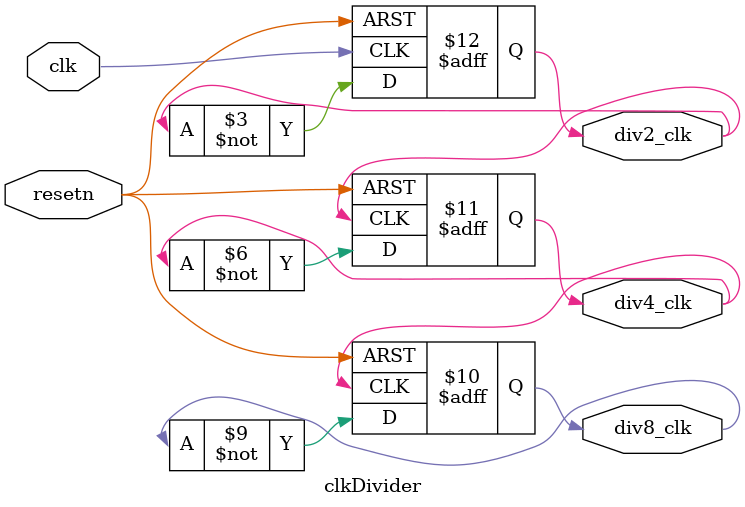
<source format=v>
module clkDivider (
	
	input clk,
	input resetn,
	
	output reg div2_clk,
	output reg div4_clk,
	output reg div8_clk
);

	always @(negedge resetn or posedge clk)	// At every positive edge of the clock
		begin
			if  (~resetn)
				div2_clk <= 1'b0;		 // 
			else
				div2_clk <= ~div2_clk;         //
		end

	always @(negedge resetn or posedge div2_clk)	// At every positive edge of the clock
		begin
			if  (~resetn)
				div4_clk <= 1'b0;		 // 
			else
				div4_clk <= ~div4_clk;         //
		end

	always @(negedge resetn or posedge div4_clk )	// At every positive edge of the clock
		begin
			if  (~resetn)
				div8_clk <= 1'b0;		 // 
			else
				div8_clk <= ~div8_clk;         //
		end
		

endmodule // counter
</source>
